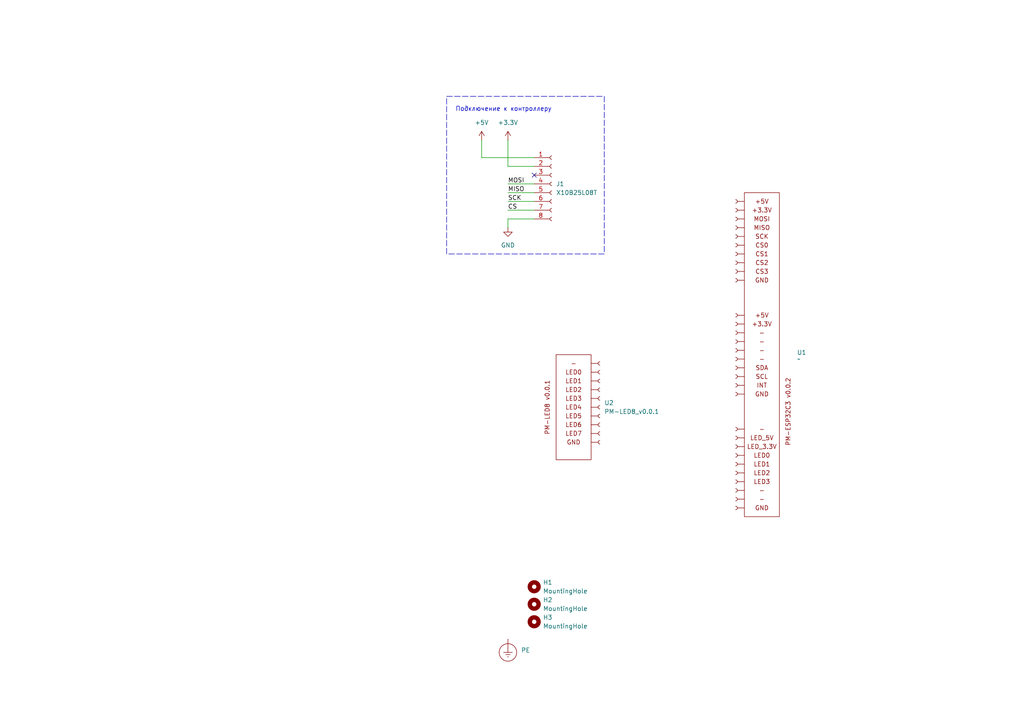
<source format=kicad_sch>
(kicad_sch (version 20231120) (generator "eeschema") (generator_version "8.0")
  (paper "A4")
  (title_block (title "${article} v${version}"))
  (lib_symbols
    (symbol "Mechanical:MountingHole" (pin_names (offset 1.016)) (exclude_from_sim yes) (in_bom no)
      (property "Reference" "H" (at 0 5.08 0))
      (property "Value" "MountingHole" (at 0 3.175 0))
      (symbol "MountingHole_0_1"
        (circle (center 0 0) (radius 1.27) (stroke (width 1.27)))
      )
    )
    (symbol "kicad_inventree_lib:PE" (pin_numbers hide) (pin_names (offset 0) hide) (in_bom no)
      (property "Value" "PE" (at 0 -7.62 0))
      (symbol "PE_0_1"
        (circle (center 0 -3.81) (radius 2.54))
        (polyline (pts (xy -0.635 -4.445) (xy 0.635 -4.445)))
        (polyline (pts (xy -0.127 -5.08) (xy 0.127 -5.08)))
        (polyline (pts (xy 0 -3.81) (xy 0 0)))
        (polyline (pts (xy 1.27 -3.81) (xy -1.27 -3.81)))
      )
      (symbol "PE_1_1"
        (pin power_in line (at 0 0 270) (length 0) (name "~") (number "1"))
      )
    )
    (symbol "kicad_inventree_lib:PM-ESP32C3_v0.0.2"
      (property "Reference" "U" (at 0 0 0))
      (symbol "PM-ESP32C3_v0.0.2_0_1"
        (rectangle (start -5.08 -2.54) (end 5.08 -96.52))
      )
      (symbol "PM-ESP32C3_v0.0.2_1_1"
        (arc (start -7.6178 -94.488) (mid -7.112 -93.98) (end -7.6178 -93.472) (stroke (width 0.1524)))
        (arc (start -7.6178 -91.948) (mid -7.112 -91.44) (end -7.6178 -90.932) (stroke (width 0.1524)))
        (arc (start -7.6178 -89.408) (mid -7.112 -88.9) (end -7.6178 -88.392) (stroke (width 0.1524)))
        (arc (start -7.6178 -86.868) (mid -7.112 -86.36) (end -7.6178 -85.852) (stroke (width 0.1524)))
        (arc (start -7.6178 -84.328) (mid -7.112 -83.82) (end -7.6178 -83.312) (stroke (width 0.1524)))
        (arc (start -7.6178 -81.788) (mid -7.112 -81.28) (end -7.6178 -80.772) (stroke (width 0.1524)))
        (arc (start -7.6178 -79.248) (mid -7.112 -78.74) (end -7.6178 -78.232) (stroke (width 0.1524)))
        (arc (start -7.6178 -76.708) (mid -7.112 -76.2) (end -7.6178 -75.692) (stroke (width 0.1524)))
        (arc (start -7.6178 -74.168) (mid -7.112 -73.66) (end -7.6178 -73.152) (stroke (width 0.1524)))
        (arc (start -7.6178 -71.628) (mid -7.112 -71.12) (end -7.6178 -70.612) (stroke (width 0.1524)))
        (arc (start -7.6178 -61.468) (mid -7.112 -60.96) (end -7.6178 -60.452) (stroke (width 0.1524)))
        (arc (start -7.6178 -58.928) (mid -7.112 -58.42) (end -7.6178 -57.912) (stroke (width 0.1524)))
        (arc (start -7.6178 -56.388) (mid -7.112 -55.88) (end -7.6178 -55.372) (stroke (width 0.1524)))
        (arc (start -7.6178 -53.848) (mid -7.112 -53.34) (end -7.6178 -52.832) (stroke (width 0.1524)))
        (arc (start -7.6178 -51.308) (mid -7.112 -50.8) (end -7.6178 -50.292) (stroke (width 0.1524)))
        (arc (start -7.6178 -48.768) (mid -7.112 -48.26) (end -7.6178 -47.752) (stroke (width 0.1524)))
        (arc (start -7.6178 -46.228) (mid -7.112 -45.72) (end -7.6178 -45.212) (stroke (width 0.1524)))
        (arc (start -7.6178 -43.688) (mid -7.112 -43.18) (end -7.6178 -42.672) (stroke (width 0.1524)))
        (arc (start -7.6178 -41.148) (mid -7.112 -40.64) (end -7.6178 -40.132) (stroke (width 0.1524)))
        (arc (start -7.6178 -38.608) (mid -7.112 -38.1) (end -7.6178 -37.592) (stroke (width 0.1524)))
        (arc (start -7.6178 -28.448) (mid -7.112 -27.94) (end -7.6178 -27.432) (stroke (width 0.1524)))
        (arc (start -7.6178 -25.908) (mid -7.112 -25.4) (end -7.6178 -24.892) (stroke (width 0.1524)))
        (arc (start -7.6178 -23.368) (mid -7.112 -22.86) (end -7.6178 -22.352) (stroke (width 0.1524)))
        (arc (start -7.6178 -20.828) (mid -7.112 -20.32) (end -7.6178 -19.812) (stroke (width 0.1524)))
        (arc (start -7.6178 -18.288) (mid -7.112 -17.78) (end -7.6178 -17.272) (stroke (width 0.1524)))
        (arc (start -7.6178 -15.748) (mid -7.112 -15.24) (end -7.6178 -14.732) (stroke (width 0.1524)))
        (arc (start -7.6178 -13.208) (mid -7.112 -12.7) (end -7.6178 -12.192) (stroke (width 0.1524)))
        (arc (start -7.6178 -10.668) (mid -7.112 -10.16) (end -7.6178 -9.652) (stroke (width 0.1524)))
        (arc (start -7.6178 -8.128) (mid -7.112 -7.62) (end -7.6178 -7.112) (stroke (width 0.1524)))
        (arc (start -7.6178 -5.588) (mid -7.112 -5.08) (end -7.6178 -4.572) (stroke (width 0.1524)))
        (polyline (pts (xy -5.08 -93.98) (xy -7.1098 -93.98)) (stroke (width 0.1524)))
        (polyline (pts (xy -5.08 -91.44) (xy -7.1098 -91.44)) (stroke (width 0.1524)))
        (polyline (pts (xy -5.08 -88.9) (xy -7.1098 -88.9)) (stroke (width 0.1524)))
        (polyline (pts (xy -5.08 -86.36) (xy -7.1098 -86.36)) (stroke (width 0.1524)))
        (polyline (pts (xy -5.08 -83.82) (xy -7.1098 -83.82)) (stroke (width 0.1524)))
        (polyline (pts (xy -5.08 -81.28) (xy -7.1098 -81.28)) (stroke (width 0.1524)))
        (polyline (pts (xy -5.08 -78.74) (xy -7.1098 -78.74)) (stroke (width 0.1524)))
        (polyline (pts (xy -5.08 -76.2) (xy -7.1098 -76.2)) (stroke (width 0.1524)))
        (polyline (pts (xy -5.08 -73.66) (xy -7.1098 -73.66)) (stroke (width 0.1524)))
        (polyline (pts (xy -5.08 -71.12) (xy -7.1098 -71.12)) (stroke (width 0.1524)))
        (polyline (pts (xy -5.08 -60.96) (xy -7.1098 -60.96)) (stroke (width 0.1524)))
        (polyline (pts (xy -5.08 -58.42) (xy -7.1098 -58.42)) (stroke (width 0.1524)))
        (polyline (pts (xy -5.08 -55.88) (xy -7.1098 -55.88)) (stroke (width 0.1524)))
        (polyline (pts (xy -5.08 -53.34) (xy -7.1098 -53.34)) (stroke (width 0.1524)))
        (polyline (pts (xy -5.08 -50.8) (xy -7.1098 -50.8)) (stroke (width 0.1524)))
        (polyline (pts (xy -5.08 -48.26) (xy -7.1098 -48.26)) (stroke (width 0.1524)))
        (polyline (pts (xy -5.08 -45.72) (xy -7.1098 -45.72)) (stroke (width 0.1524)))
        (polyline (pts (xy -5.08 -43.18) (xy -7.1098 -43.18)) (stroke (width 0.1524)))
        (polyline (pts (xy -5.08 -40.64) (xy -7.1098 -40.64)) (stroke (width 0.1524)))
        (polyline (pts (xy -5.08 -38.1) (xy -7.1098 -38.1)) (stroke (width 0.1524)))
        (polyline (pts (xy -5.08 -27.94) (xy -7.1098 -27.94)) (stroke (width 0.1524)))
        (polyline (pts (xy -5.08 -25.4) (xy -7.1098 -25.4)) (stroke (width 0.1524)))
        (polyline (pts (xy -5.08 -22.86) (xy -7.1098 -22.86)) (stroke (width 0.1524)))
        (polyline (pts (xy -5.08 -20.32) (xy -7.1098 -20.32)) (stroke (width 0.1524)))
        (polyline (pts (xy -5.08 -17.78) (xy -7.1098 -17.78)) (stroke (width 0.1524)))
        (polyline (pts (xy -5.08 -15.24) (xy -7.1098 -15.24)) (stroke (width 0.1524)))
        (polyline (pts (xy -5.08 -12.7) (xy -7.1098 -12.7)) (stroke (width 0.1524)))
        (polyline (pts (xy -5.08 -10.16) (xy -7.1098 -10.16)) (stroke (width 0.1524)))
        (polyline (pts (xy -5.08 -7.62) (xy -7.1098 -7.62)) (stroke (width 0.1524)))
        (polyline (pts (xy -5.08 -5.08) (xy -7.1098 -5.08)) (stroke (width 0.1524)))
        (text "+3.3V" (at 0 -40.64 0) (effects (font (size 1.27 1.27))))
        (text "+3.3V" (at 0 -7.62 0) (effects (font (size 1.27 1.27))))
        (text "+5V" (at 0 -38.1 0) (effects (font (size 1.27 1.27))))
        (text "+5V" (at 0 -5.08 0) (effects (font (size 1.27 1.27))))
        (text "-" (at 0 -91.44 0) (effects (font (size 1.27 1.27))))
        (text "-" (at 0 -88.9 0) (effects (font (size 1.27 1.27))))
        (text "-" (at 0 -71.12 0) (effects (font (size 1.27 1.27))))
        (text "-" (at 0 -50.8 0) (effects (font (size 1.27 1.27))))
        (text "-" (at 0 -48.26 0) (effects (font (size 1.27 1.27))))
        (text "-" (at 0 -45.72 0) (effects (font (size 1.27 1.27))))
        (text "-" (at 0 -43.18 0) (effects (font (size 1.27 1.27))))
        (text "CS0" (at 0 -17.78 0) (effects (font (size 1.27 1.27))))
        (text "CS1" (at 0 -20.32 0) (effects (font (size 1.27 1.27))))
        (text "CS2" (at 0 -22.86 0) (effects (font (size 1.27 1.27))))
        (text "CS3" (at 0 -25.4 0) (effects (font (size 1.27 1.27))))
        (text "GND" (at 0 -93.98 0) (effects (font (size 1.27 1.27))))
        (text "GND" (at 0 -60.96 0) (effects (font (size 1.27 1.27))))
        (text "GND" (at 0 -27.94 0) (effects (font (size 1.27 1.27))))
        (text "INT" (at 0 -58.42 0) (effects (font (size 1.27 1.27))))
        (text "LED0" (at 0 -78.74 0) (effects (font (size 1.27 1.27))))
        (text "LED1" (at 0 -81.28 0) (effects (font (size 1.27 1.27))))
        (text "LED2" (at 0 -83.82 0) (effects (font (size 1.27 1.27))))
        (text "LED3" (at 0 -86.36 0) (effects (font (size 1.27 1.27))))
        (text "LED_3.3V" (at 0 -76.2 0) (effects (font (size 1.27 1.27))))
        (text "LED_5V" (at 0 -73.66 0) (effects (font (size 1.27 1.27))))
        (text "MISO" (at 0 -12.7 0) (effects (font (size 1.27 1.27))))
        (text "MOSI" (at 0 -10.16 0) (effects (font (size 1.27 1.27))))
        (text "PM-ESP32C3 v0.0.2" (at 7.62 -66.04 900) (effects (font (size 1.27 1.27))))
        (text "SCK" (at 0 -15.24 0) (effects (font (size 1.27 1.27))))
        (text "SCL" (at 0 -55.88 0) (effects (font (size 1.27 1.27))))
        (text "SDA" (at 0 -53.34 0) (effects (font (size 1.27 1.27))))
      )
    )
    (symbol "kicad_inventree_lib:PM-LED8_v0.0.1"
      (property "Reference" "U" (at 0 2.54 0))
      (property "Value" "PM-LED8_v0.0.1" (at 0 0 0))
      (symbol "PM-LED8_v0.0.1_0_1"
        (rectangle (start -5.08 -2.54) (end 5.08 -33.02))
      )
      (symbol "PM-LED8_v0.0.1_1_1"
        (polyline (pts (xy 5.08 -27.94) (xy 7.1098 -27.94)) (stroke (width 0.1524)))
        (polyline (pts (xy 5.08 -25.4) (xy 7.1098 -25.4)) (stroke (width 0.1524)))
        (polyline (pts (xy 5.08 -22.86) (xy 7.1098 -22.86)) (stroke (width 0.1524)))
        (polyline (pts (xy 5.08 -20.32) (xy 7.1098 -20.32)) (stroke (width 0.1524)))
        (polyline (pts (xy 5.08 -17.78) (xy 7.1098 -17.78)) (stroke (width 0.1524)))
        (polyline (pts (xy 5.08 -15.24) (xy 7.1098 -15.24)) (stroke (width 0.1524)))
        (polyline (pts (xy 5.08 -12.7) (xy 7.1098 -12.7)) (stroke (width 0.1524)))
        (polyline (pts (xy 5.08 -10.16) (xy 7.1098 -10.16)) (stroke (width 0.1524)))
        (polyline (pts (xy 5.08 -7.62) (xy 7.1098 -7.62)) (stroke (width 0.1524)))
        (polyline (pts (xy 5.08 -5.08) (xy 7.1098 -5.08)) (stroke (width 0.1524)))
        (arc (start 7.6178 -27.432) (mid 7.112 -27.94) (end 7.6178 -28.448) (stroke (width 0.1524)))
        (arc (start 7.6178 -24.892) (mid 7.112 -25.4) (end 7.6178 -25.908) (stroke (width 0.1524)))
        (arc (start 7.6178 -22.352) (mid 7.112 -22.86) (end 7.6178 -23.368) (stroke (width 0.1524)))
        (arc (start 7.6178 -19.812) (mid 7.112 -20.32) (end 7.6178 -20.828) (stroke (width 0.1524)))
        (arc (start 7.6178 -17.272) (mid 7.112 -17.78) (end 7.6178 -18.288) (stroke (width 0.1524)))
        (arc (start 7.6178 -14.732) (mid 7.112 -15.24) (end 7.6178 -15.748) (stroke (width 0.1524)))
        (arc (start 7.6178 -12.192) (mid 7.112 -12.7) (end 7.6178 -13.208) (stroke (width 0.1524)))
        (arc (start 7.6178 -9.652) (mid 7.112 -10.16) (end 7.6178 -10.668) (stroke (width 0.1524)))
        (arc (start 7.6178 -7.112) (mid 7.112 -7.62) (end 7.6178 -8.128) (stroke (width 0.1524)))
        (arc (start 7.6178 -4.572) (mid 7.112 -5.08) (end 7.6178 -5.588) (stroke (width 0.1524)))
        (text "-" (at 0 -5.08 0) (effects (font (size 1.27 1.27))))
        (text "GND" (at 0 -27.94 0) (effects (font (size 1.27 1.27))))
        (text "LED0" (at 0 -7.62 0) (effects (font (size 1.27 1.27))))
        (text "LED1" (at 0 -10.16 0) (effects (font (size 1.27 1.27))))
        (text "LED2" (at 0 -12.7 0) (effects (font (size 1.27 1.27))))
        (text "LED3" (at 0 -15.24 0) (effects (font (size 1.27 1.27))))
        (text "LED4" (at 0 -17.78 0) (effects (font (size 1.27 1.27))))
        (text "LED5" (at 0 -20.32 0) (effects (font (size 1.27 1.27))))
        (text "LED6" (at 0 -22.86 0) (effects (font (size 1.27 1.27))))
        (text "LED7" (at 0 -25.4 0) (effects (font (size 1.27 1.27))))
        (text "PM-LED8 v0.0.1" (at -7.62 -17.78 900) (effects (font (size 1.27 1.27))))
      )
    )
    (symbol "kicad_inventree_lib:X10B25L08T" (pin_names (offset 1.016) hide)
      (property "Reference" "J" (at 0 10.16 0))
      (property "Value" "X10B25L08T" (at 0 -12.7 0))
      (symbol "X10B25L08T_1_1"
        (arc (start 0 -9.652) (mid -0.5058 -10.16) (end 0 -10.668) (stroke (width 0.1524)))
        (arc (start 0 -7.112) (mid -0.5058 -7.62) (end 0 -8.128) (stroke (width 0.1524)))
        (arc (start 0 -4.572) (mid -0.5058 -5.08) (end 0 -5.588) (stroke (width 0.1524)))
        (arc (start 0 -2.032) (mid -0.5058 -2.54) (end 0 -3.048) (stroke (width 0.1524)))
        (polyline (pts (xy -1.27 -10.16) (xy -0.508 -10.16)) (stroke (width 0.1524)))
        (polyline (pts (xy -1.27 -7.62) (xy -0.508 -7.62)) (stroke (width 0.1524)))
        (polyline (pts (xy -1.27 -5.08) (xy -0.508 -5.08)) (stroke (width 0.1524)))
        (polyline (pts (xy -1.27 -2.54) (xy -0.508 -2.54)) (stroke (width 0.1524)))
        (polyline (pts (xy -1.27 0) (xy -0.508 0)) (stroke (width 0.1524)))
        (polyline (pts (xy -1.27 2.54) (xy -0.508 2.54)) (stroke (width 0.1524)))
        (polyline (pts (xy -1.27 5.08) (xy -0.508 5.08)) (stroke (width 0.1524)))
        (polyline (pts (xy -1.27 7.62) (xy -0.508 7.62)) (stroke (width 0.1524)))
        (arc (start 0 0.508) (mid -0.5058 0) (end 0 -0.508) (stroke (width 0.1524)))
        (arc (start 0 3.048) (mid -0.5058 2.54) (end 0 2.032) (stroke (width 0.1524)))
        (arc (start 0 5.588) (mid -0.5058 5.08) (end 0 4.572) (stroke (width 0.1524)))
        (arc (start 0 8.128) (mid -0.5058 7.62) (end 0 7.112) (stroke (width 0.1524)))
        (pin passive line (at -5.08 7.62 0) (length 3.81) (name "Pin_1") (number "1"))
        (pin passive line (at -5.08 5.08 0) (length 3.81) (name "Pin_2") (number "2"))
        (pin passive line (at -5.08 2.54 0) (length 3.81) (name "Pin_3") (number "3"))
        (pin passive line (at -5.08 0 0) (length 3.81) (name "Pin_4") (number "4"))
        (pin passive line (at -5.08 -2.54 0) (length 3.81) (name "Pin_5") (number "5"))
        (pin passive line (at -5.08 -5.08 0) (length 3.81) (name "Pin_6") (number "6"))
        (pin passive line (at -5.08 -7.62 0) (length 3.81) (name "Pin_7") (number "7"))
        (pin passive line (at -5.08 -10.16 0) (length 3.81) (name "Pin_8") (number "8"))
      )
    )
    (symbol "power:+3.3V" (power) (pin_numbers hide) (pin_names (offset 0) hide)
      (property "Value" "+3.3V" (at 0 3.556 0))
      (symbol "+3.3V_0_1"
        (polyline (pts (xy -0.762 1.27) (xy 0 2.54)))
        (polyline (pts (xy 0 0) (xy 0 2.54)))
        (polyline (pts (xy 0 2.54) (xy 0.762 1.27)))
      )
      (symbol "+3.3V_1_1"
        (pin power_in line (at 0 0 90) (length 0) (name "~") (number "1"))
      )
    )
    (symbol "power:+5V" (power) (pin_numbers hide) (pin_names (offset 0) hide)
      (property "Value" "+5V" (at 0 3.556 0))
      (symbol "+5V_0_1"
        (polyline (pts (xy -0.762 1.27) (xy 0 2.54)))
        (polyline (pts (xy 0 0) (xy 0 2.54)))
        (polyline (pts (xy 0 2.54) (xy 0.762 1.27)))
      )
      (symbol "+5V_1_1"
        (pin power_in line (at 0 0 90) (length 0) (name "~") (number "1"))
      )
    )
    (symbol "power:GND" (power) (pin_numbers hide) (pin_names (offset 0) hide)
      (property "Value" "GND" (at 0 -3.81 0))
      (symbol "GND_0_1"
        (polyline (pts (xy 0 0) (xy 0 -1.27) (xy 1.27 -1.27) (xy 0 -2.54) (xy -1.27 -1.27) (xy 0 -1.27)))
      )
      (symbol "GND_1_1"
        (pin power_in line (at 0 0 270) (length 0) (name "~") (number "1"))
      )
    )
  )
  (no_connect (at 154.94 50.8))
  (wire (pts (xy 147.32 53.34) (xy 154.94 53.34)))
  (wire (pts (xy 147.32 60.96) (xy 154.94 60.96)))
  (wire (pts (xy 147.32 66.04) (xy 147.32 63.5)))
  (wire (pts (xy 147.32 40.64) (xy 147.32 48.26)))
  (wire (pts (xy 147.32 63.5) (xy 154.94 63.5)))
  (wire (pts (xy 139.7 45.72) (xy 154.94 45.72)))
  (wire (pts (xy 139.7 40.64) (xy 139.7 45.72)))
  (wire (pts (xy 147.32 55.88) (xy 154.94 55.88)))
  (wire (pts (xy 147.32 48.26) (xy 154.94 48.26)))
  (wire (pts (xy 147.32 58.42) (xy 154.94 58.42)))
  (rectangle (start 129.54 27.94) (end 175.26 73.66) (stroke (width 0) (type dash)))
  (text "Подключение к контроллеру" (at 132.08 30.988 0) (effects (font (size 1.27 1.27)) (justify left top)))
  (label "MOSI" (at 147.32 53.34 0))
  (label "MISO" (at 147.32 55.88 0))
  (label "CS" (at 147.32 60.96 0))
  (label "SCK" (at 147.32 58.42 0))
  (symbol (lib_id "Mechanical:MountingHole") (at 154.94 170.18 0) (unit 1) (exclude_from_sim yes) (in_bom no)
    (property "Reference" "H1" (at 157.48 168.9099 0) (effects (justify left)))
    (property "Value" "MountingHole" (at 157.48 171.4499 0) (effects (justify left)))
    (property "Footprint" "MountingHole:MountingHole_3.2mm_M3" (effects (hide yes)))
    (property "Description" "Mounting Hole without connection" (effects (hide yes)))
  )
  (symbol (lib_id "Mechanical:MountingHole") (at 154.94 180.34 0) (unit 1) (exclude_from_sim yes) (in_bom no)
    (property "Reference" "H3" (at 157.48 179.0699 0) (effects (justify left)))
    (property "Value" "MountingHole" (at 157.48 181.6099 0) (effects (justify left)))
    (property "Footprint" "MountingHole:MountingHole_3.2mm_M3" (effects (hide yes)))
    (property "Description" "Mounting Hole without connection" (effects (hide yes)))
  )
  (symbol (lib_id "power:+3.3V") (at 147.32 40.64 0) (unit 1)
    (property "Reference" "#PWR02" (effects (hide yes)))
    (property "Value" "+3.3V" (at 147.32 35.56 0))
    (property "Description" "Power symbol creates a global label with name \"+3.3V\"" (effects (hide yes)))
  )
  (symbol (lib_id "kicad_inventree_lib:PM-ESP32C3_v0.0.2") (at 220.98 53.34 0) (unit 1)
    (property "Reference" "U1" (at 231.14 102.2349 0) (effects (justify left)))
    (property "Value" "~" (at 231.14 104.14 0) (effects (justify left)))
    (property "Footprint" "kicad_inventree_lib:PM-ESP32C3_v0.0.2" (effects (hide yes)))
  )
  (symbol (lib_id "kicad_inventree_lib:X10B25L08T") (at 160.02 53.34 0) (unit 1)
    (property "Reference" "J1" (at 161.29 53.3399 0) (effects (justify left)))
    (property "Value" "X10B25L08T" (at 161.29 55.8799 0) (effects (justify left)))
    (property "Footprint" "kicad_inventree_lib:X10B25L08T" (effects (hide yes)))
    (property "Description" "Generic connector, single row, 01x08, script generated" (effects (hide yes)))
  )
  (symbol (lib_id "power:+5V") (at 139.7 40.64 0) (unit 1)
    (property "Reference" "#PWR01" (effects (hide yes)))
    (property "Value" "+5V" (at 139.7 35.56 0))
    (property "Description" "Power symbol creates a global label with name \"+5V\"" (effects (hide yes)))
  )
  (symbol (lib_id "kicad_inventree_lib:PM-LED8_v0.0.1") (at 166.37 100.33 0) (unit 1)
    (property "Reference" "U2" (at 175.26 116.8399 0) (effects (justify left)))
    (property "Value" "PM-LED8_v0.0.1" (at 175.26 119.3799 0) (effects (justify left)))
    (property "Footprint" "kicad_inventree_lib:PM-LED_v0.0.1" (effects (hide yes)))
  )
  (symbol (lib_id "Mechanical:MountingHole") (at 154.94 175.26 0) (unit 1) (exclude_from_sim yes) (in_bom no)
    (property "Reference" "H2" (at 157.48 173.9899 0) (effects (justify left)))
    (property "Value" "MountingHole" (at 157.48 176.5299 0) (effects (justify left)))
    (property "Footprint" "MountingHole:MountingHole_3.2mm_M3" (effects (hide yes)))
    (property "Description" "Mounting Hole without connection" (effects (hide yes)))
  )
  (symbol (lib_id "kicad_inventree_lib:PE") (at 147.32 185.42 0) (unit 1) (in_bom no)
    (property "Reference" "PE1" (effects (hide yes)))
    (property "Value" "PE" (at 151.13 188.5949 0) (effects (justify left)))
    (property "Footprint" "kicad_inventree_lib:PE" (effects (hide yes)))
    (property "Description" "Power symbol creates a global label with name \"Earth_Protective\"" (effects (hide yes)))
  )
  (symbol (lib_id "power:GND") (at 147.32 66.04 0) (unit 1)
    (property "Reference" "#PWR03" (effects (hide yes)))
    (property "Value" "GND" (at 147.32 71.12 0))
    (property "Description" "Power symbol creates a global label with name \"GND\" , ground" (effects (hide yes)))
  )
)
</source>
